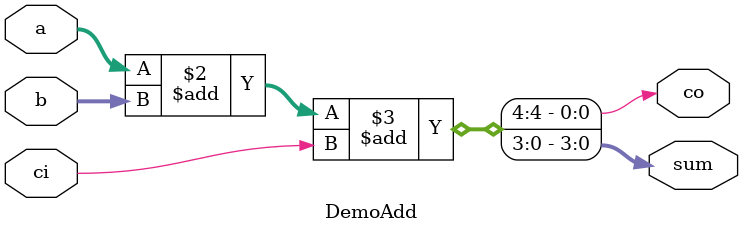
<source format=v>
module DemoAdd(a,b,co,ci,sum);

output[3:0] sum;
input[3:0] a,b;
output co;
input ci;

reg co;
reg[3:0] sum;

always@(*)
begin
  {co,sum}= a + b + ci;
end

endmodule
</source>
